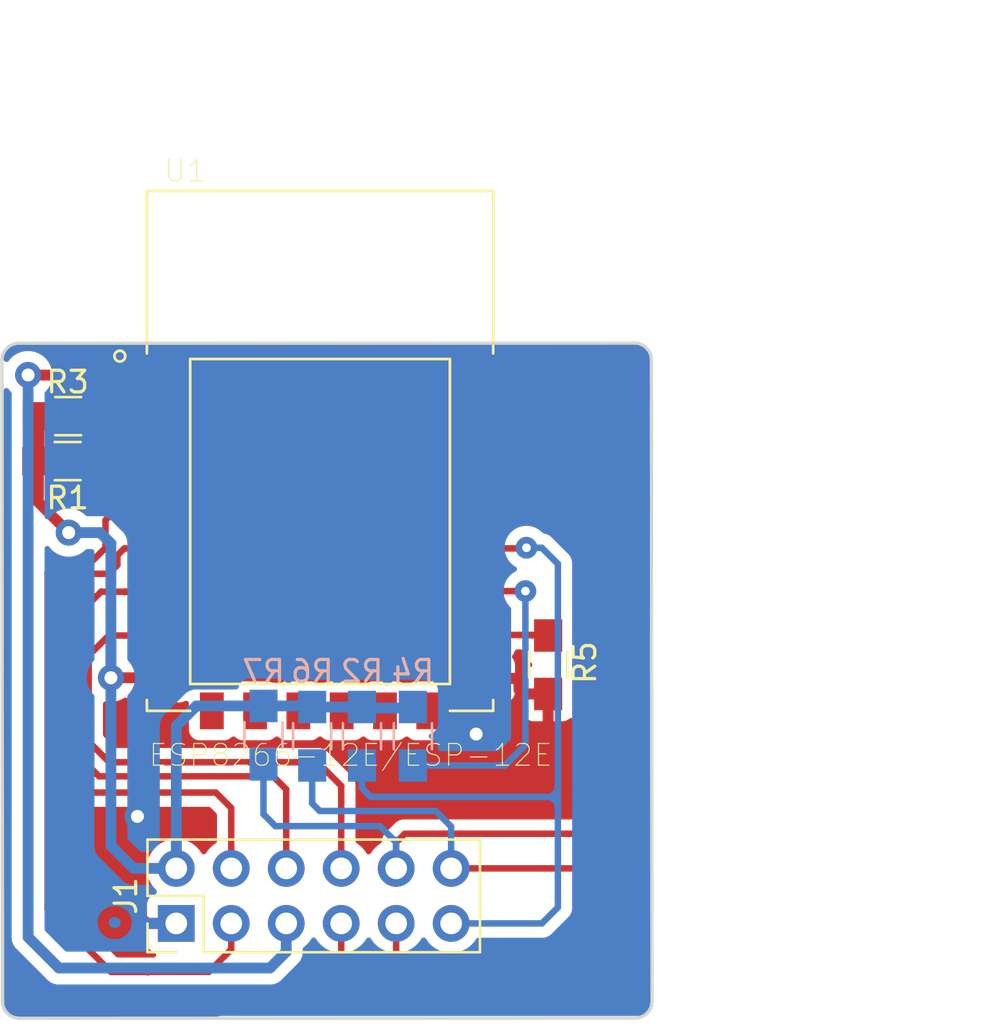
<source format=kicad_pcb>
(kicad_pcb (version 20221018) (generator pcbnew)
  (layers (0 "F.Cu" signal) (31 "B.Cu" signal) (34 "B.Paste" user) (35 "F.Paste" user) (36 "B.SilkS" user "B.Silkscreen") (37 "F.SilkS" user "F.Silkscreen") (38 "B.Mask" user) (39 "F.Mask" user) (44 "Edge.Cuts" user))
  (net 0 "")
  (net 1 "GND")
  (net 2 "+3V3")
  (net 3 "/D1")
  (net 4 "/D0")
  (net 5 "/D2")
  (net 6 "/RST")
  (net 7 "/D3")
  (net 8 "/SCL")
  (net 9 "/GPIO15")
  (net 10 "/SDA")
  (net 11 "/GPIO2")
  (net 12 "/RX")
  (net 13 "/GPIO0")
  (net 14 "/TX")
  (net 15 "Net-(U1-Pad9)")
  (net 16 "Net-(U1-Pad10)")
  (net 17 "Net-(U1-Pad11)")
  (net 18 "Net-(U1-Pad12)")
  (net 19 "Net-(U1-Pad13)")
  (net 20 "Net-(U1-Pad14)")
  (net 21 "Net-(R1-Pad1)")
  (net 22 "Net-(U1-Pad2)")
  (footprint "ESP8266-12E_ESP-12E:XCVR_ESP8266-12E%2fESP-12E" (layer "F.Cu") (at 149.6625 104.8281)
    (fp_text reference "U1" (at -6.22626 -16.4279) (layer "F.SilkS") (effects (font (size 1.00262 1.00262) (thickness 0.05))))
    (fp_text value "ESP8266-12E/ESP-12E" (at 1.4125 10.5469) (layer "F.SilkS") (effects (font (size 1.00158 1.00158) (thickness 0.05))))
    (fp_line (start -8 -15.5) (end 8 -15.5) (stroke (width 0.127)) (layer "F.SilkS"))
    (fp_line (start -8 -8) (end -8 -15.5) (stroke (width 0.127)) (layer "F.SilkS"))
    (fp_line (start -8 8) (end -8 8.5) (stroke (width 0.127)) (layer "F.SilkS"))
    (fp_line (start -8 8.5) (end -6 8.5) (stroke (width 0.127)) (layer "F.SilkS"))
    (fp_line (start -6 -7.74) (end 6 -7.74) (stroke (width 0.127)) (layer "F.SilkS"))
    (fp_line (start -6 7.26) (end -6 -7.74) (stroke (width 0.127)) (layer "F.SilkS"))
    (fp_line (start 6 -7.74) (end 6 7.26) (stroke (width 0.127)) (layer "F.SilkS"))
    (fp_line (start 6 7.26) (end -6 7.26) (stroke (width 0.127)) (layer "F.SilkS"))
    (fp_line (start 8 -15.5) (end 8 -8) (stroke (width 0.127)) (layer "F.SilkS"))
    (fp_line (start 8 8) (end 8 8.5) (stroke (width 0.127)) (layer "F.SilkS"))
    (fp_line (start 8 8.5) (end 6 8.5) (stroke (width 0.127)) (layer "F.SilkS"))
    (fp_circle (center -9.25 -7.875) (end -9 -7.875) (stroke (width 0.127)) (fill none) (layer "F.SilkS"))
    (pad "1" smd rect (at -7.5 -7) (size 2 1.2) (layers "F.Cu" "F.Paste" "F.Mask") (net 6 "/RST"))
    (pad "2" smd rect (at -7.5 -5) (size 2 1.2) (layers "F.Cu" "F.Paste" "F.Mask") (net 22 "Net-(U1-Pad2)"))
    (pad "3" smd rect (at -7.5 -3) (size 2 1.2) (layers "F.Cu" "F.Paste" "F.Mask") (net 21 "Net-(R1-Pad1)"))
    (pad "4" smd rect (at -7.5 -1) (size 2 1.2) (layers "F.Cu" "F.Paste" "F.Mask") (net 4 "/D0"))
    (pad "5" smd rect (at -7.5 1) (size 2 1.2) (layers "F.Cu" "F.Paste" "F.Mask") (net 3 "/D1"))
    (pad "6" smd rect (at -7.5 3) (size 2 1.2) (layers "F.Cu" "F.Paste" "F.Mask") (net 7 "/D3"))
    (pad "7" smd rect (at -7.5 5) (size 2 1.2) (layers "F.Cu" "F.Paste" "F.Mask") (net 5 "/D2"))
    (pad "8" smd rect (at -7.5 7) (size 2 1.2) (layers "F.Cu" "F.Paste" "F.Mask") (net 2 "+3V3"))
    (pad "9" smd rect (at -5 8.5) (size 1.1 1.7) (layers "F.Cu" "F.Paste" "F.Mask") (net 15 "Net-(U1-Pad9)"))
    (pad "10" smd rect (at -3 8.5) (size 1.1 1.7) (layers "F.Cu" "F.Paste" "F.Mask") (net 16 "Net-(U1-Pad10)"))
    (pad "11" smd rect (at -1 8.5) (size 1.1 1.7) (layers "F.Cu" "F.Paste" "F.Mask") (net 17 "Net-(U1-Pad11)"))
    (pad "12" smd rect (at 1 8.5) (size 1.1 1.7) (layers "F.Cu" "F.Paste" "F.Mask") (net 18 "Net-(U1-Pad12)"))
    (pad "13" smd rect (at 3 8.5) (size 1.1 1.7) (layers "F.Cu" "F.Paste" "F.Mask") (net 19 "Net-(U1-Pad13)"))
    (pad "14" smd rect (at 5 8.5) (size 1.1 1.7) (layers "F.Cu" "F.Paste" "F.Mask") (net 20 "Net-(U1-Pad14)"))
    (pad "15" smd rect (at 7.5 7) (size 2 1.2) (layers "F.Cu" "F.Paste" "F.Mask") (net 1 "GND"))
    (pad "16" smd rect (at 7.5 5) (size 2 1.2) (layers "F.Cu" "F.Paste" "F.Mask") (net 9 "/GPIO15"))
    (pad "17" smd rect (at 7.5 3) (size 2 1.2) (layers "F.Cu" "F.Paste" "F.Mask") (net 11 "/GPIO2"))
    (pad "18" smd rect (at 7.5 1) (size 2 1.2) (layers "F.Cu" "F.Paste" "F.Mask") (net 13 "/GPIO0"))
    (pad "19" smd rect (at 7.5 -1) (size 2 1.2) (layers "F.Cu" "F.Paste" "F.Mask") (net 10 "/SDA"))
    (pad "20" smd rect (at 7.5 -3) (size 2 1.2) (layers "F.Cu" "F.Paste" "F.Mask") (net 8 "/SCL"))
    (pad "21" smd rect (at 7.5 -5) (size 2 1.2) (layers "F.Cu" "F.Paste" "F.Mask") (net 12 "/RX"))
    (pad "22" smd rect (at 7.5 -7) (size 2 1.2) (layers "F.Cu" "F.Paste" "F.Mask") (net 14 "/TX"))
  )
  (footprint "Pin_Headers:Pin_Header_Straight_2x06_Pitch2.54mm" (layer "F.Cu") (at 143.02 123.14 90)
    (fp_text reference "J1" (at 1.27 -2.33 90) (layer "F.SilkS"))
    (fp_text value "ADAP_ESP")
    (fp_line (start -1.33 -1.33) (end 0 -1.33) (stroke (width 0.12)) (layer "F.SilkS"))
    (fp_line (start -1.33 0) (end -1.33 -1.33) (stroke (width 0.12)) (layer "F.SilkS"))
    (fp_line (start -1.33 1.27) (end -1.33 14.03) (stroke (width 0.12)) (layer "F.SilkS"))
    (fp_line (start -1.33 1.27) (end 1.27 1.27) (stroke (width 0.12)) (layer "F.SilkS"))
    (fp_line (start -1.33 14.03) (end 3.87 14.03) (stroke (width 0.12)) (layer "F.SilkS"))
    (fp_line (start 1.27 -1.33) (end 3.87 -1.33) (stroke (width 0.12)) (layer "F.SilkS"))
    (fp_line (start 1.27 1.27) (end 1.27 -1.33) (stroke (width 0.12)) (layer "F.SilkS"))
    (fp_line (start 3.87 -1.33) (end 3.87 14.03) (stroke (width 0.12)) (layer "F.SilkS"))
    (pad "1" thru_hole rect (at 0 0 90) (size 1.7 1.7) (drill 1) (layers "*.Cu" "*.Mask") (net 1 "GND"))
    (pad "2" thru_hole oval (at 2.54 0 90) (size 1.7 1.7) (drill 1) (layers "*.Cu" "*.Mask") (net 2 "+3V3"))
    (pad "3" thru_hole oval (at 0 2.54 90) (size 1.7 1.7) (drill 1) (layers "*.Cu" "*.Mask") (net 4 "/D0"))
    (pad "4" thru_hole oval (at 2.54 2.54 90) (size 1.7 1.7) (drill 1) (layers "*.Cu" "*.Mask") (net 3 "/D1"))
    (pad "5" thru_hole oval (at 0 5.08 90) (size 1.7 1.7) (drill 1) (layers "*.Cu" "*.Mask") (net 6 "/RST"))
    (pad "6" thru_hole oval (at 2.54 5.08 90) (size 1.7 1.7) (drill 1) (layers "*.Cu" "*.Mask") (net 7 "/D3"))
    (pad "7" thru_hole oval (at 0 7.62 90) (size 1.7 1.7) (drill 1) (layers "*.Cu" "*.Mask") (net 14 "/TX"))
    (pad "8" thru_hole oval (at 2.54 7.62 90) (size 1.7 1.7) (drill 1) (layers "*.Cu" "*.Mask") (net 5 "/D2"))
    (pad "9" thru_hole oval (at 0 10.16 90) (size 1.7 1.7) (drill 1) (layers "*.Cu" "*.Mask") (net 12 "/RX"))
    (pad "10" thru_hole oval (at 2.54 10.16 90) (size 1.7 1.7) (drill 1) (layers "*.Cu" "*.Mask") (net 10 "/SDA"))
    (pad "11" thru_hole oval (at 0 12.7 90) (size 1.7 1.7) (drill 1) (layers "*.Cu" "*.Mask") (net 13 "/GPIO0"))
    (pad "12" thru_hole oval (at 2.54 12.7 90) (size 1.7 1.7) (drill 1) (layers "*.Cu" "*.Mask") (net 8 "/SCL"))
  )
  (footprint "Resistors_SMD:R_0805_HandSoldering" (layer "F.Cu") (at 138 101.8 180)
    (fp_text reference "R1" (at 0 -1.7 180) (layer "F.SilkS"))
    (fp_text value "10k")
    (fp_line (start -0.6 -0.88) (end 0.6 -0.88) (stroke (width 0.12)) (layer "F.SilkS"))
    (fp_line (start 0.6 0.88) (end -0.6 0.88) (stroke (width 0.12)) (layer "F.SilkS"))
    (pad "1" smd rect (at -1.35 0 180) (size 1.5 1.3) (layers "F.Cu" "F.Paste" "F.Mask") (net 21 "Net-(R1-Pad1)"))
    (pad "2" smd rect (at 1.35 0 180) (size 1.5 1.3) (layers "F.Cu" "F.Paste" "F.Mask") (net 2 "+3V3"))
  )
  (footprint "Resistors_SMD:R_0805_HandSoldering" (layer "F.Cu") (at 138.025 99.725 180)
    (fp_text reference "R3" (at 0.025 1.575 180) (layer "F.SilkS"))
    (fp_text value "10k")
    (fp_line (start -0.6 -0.88) (end 0.6 -0.88) (stroke (width 0.12)) (layer "F.SilkS"))
    (fp_line (start 0.6 0.88) (end -0.6 0.88) (stroke (width 0.12)) (layer "F.SilkS"))
    (pad "1" smd rect (at -1.35 0 180) (size 1.5 1.3) (layers "F.Cu" "F.Paste" "F.Mask") (net 6 "/RST"))
    (pad "2" smd rect (at 1.35 0 180) (size 1.5 1.3) (layers "F.Cu" "F.Paste" "F.Mask") (net 2 "+3V3"))
  )
  (footprint "Resistors_SMD:R_0805_HandSoldering" (layer "F.Cu") (at 160.2 111.2 90)
    (fp_text reference "R5" (at 0.1 1.7 90) (layer "F.SilkS"))
    (fp_text value "4.7k")
    (fp_line (start -0.6 -0.88) (end 0.6 -0.88) (stroke (width 0.12)) (layer "F.SilkS"))
    (fp_line (start 0.6 0.88) (end -0.6 0.88) (stroke (width 0.12)) (layer "F.SilkS"))
    (pad "1" smd rect (at -1.35 0 90) (size 1.5 1.3) (layers "F.Cu" "F.Paste" "F.Mask") (net 1 "GND"))
    (pad "2" smd rect (at 1.35 0 90) (size 1.5 1.3) (layers "F.Cu" "F.Paste" "F.Mask") (net 9 "/GPIO15"))
  )
  (footprint "Resistors_SMD:R_0805_HandSoldering" (layer "B.Cu") (at 151.6 114.5 90)
    (fp_text reference "R2" (at 3 0) (layer "B.SilkS") (effects (justify mirror)))
    (fp_text value "1k")
    (fp_line (start -0.6 0.88) (end 0.6 0.88) (stroke (width 0.12)) (layer "B.SilkS"))
    (fp_line (start 0.6 -0.88) (end -0.6 -0.88) (stroke (width 0.12)) (layer "B.SilkS"))
    (pad "1" smd rect (at -1.35 0 90) (size 1.5 1.3) (layers "B.Cu" "B.Paste" "B.Mask") (net 13 "/GPIO0"))
    (pad "2" smd rect (at 1.35 0 90) (size 1.5 1.3) (layers "B.Cu" "B.Paste" "B.Mask") (net 2 "+3V3"))
  )
  (footprint "Resistors_SMD:R_0805_HandSoldering" (layer "B.Cu") (at 153.95 114.5 -90)
    (fp_text reference "R4" (at -3 0) (layer "B.SilkS") (effects (justify mirror)))
    (fp_text value "10k")
    (fp_line (start -0.6 0.88) (end 0.6 0.88) (stroke (width 0.12)) (layer "B.SilkS"))
    (fp_line (start 0.6 -0.88) (end -0.6 -0.88) (stroke (width 0.12)) (layer "B.SilkS"))
    (pad "1" smd rect (at -1.35 0 270) (size 1.5 1.3) (layers "B.Cu" "B.Paste" "B.Mask") (net 2 "+3V3"))
    (pad "2" smd rect (at 1.35 0 270) (size 1.5 1.3) (layers "B.Cu" "B.Paste" "B.Mask") (net 11 "/GPIO2"))
  )
  (footprint "Resistors_SMD:R_0805_HandSoldering" (layer "B.Cu") (at 149.3 114.5 -90)
    (fp_text reference "R6" (at -3 0 180) (layer "B.SilkS") (effects (justify mirror)))
    (fp_text value "4.7K")
    (fp_line (start -0.6 0.88) (end 0.6 0.88) (stroke (width 0.12)) (layer "B.SilkS"))
    (fp_line (start 0.6 -0.88) (end -0.6 -0.88) (stroke (width 0.12)) (layer "B.SilkS"))
    (pad "1" smd rect (at -1.35 0 270) (size 1.5 1.3) (layers "B.Cu" "B.Paste" "B.Mask") (net 2 "+3V3"))
    (pad "2" smd rect (at 1.35 0 270) (size 1.5 1.3) (layers "B.Cu" "B.Paste" "B.Mask") (net 8 "/SCL"))
  )
  (footprint "Resistors_SMD:R_0805_HandSoldering" (layer "B.Cu") (at 147.05 114.45 -90)
    (fp_text reference "R7" (at -2.95 0) (layer "B.SilkS") (effects (justify mirror)))
    (fp_text value "4.7K")
    (fp_line (start -0.6 0.88) (end 0.6 0.88) (stroke (width 0.12)) (layer "B.SilkS"))
    (fp_line (start 0.6 -0.88) (end -0.6 -0.88) (stroke (width 0.12)) (layer "B.SilkS"))
    (pad "1" smd rect (at -1.35 0 270) (size 1.5 1.3) (layers "B.Cu" "B.Paste" "B.Mask") (net 2 "+3V3"))
    (pad "2" smd rect (at 1.35 0 270) (size 1.5 1.3) (layers "B.Cu" "B.Paste" "B.Mask") (net 10 "/SDA"))
  )
  (gr_arc (start 164.2 96.35) (mid 164.758069 96.589473) (end 164.969015 97.158937) (stroke (width 0.15)) (layer "Edge.Cuts"))
  (gr_arc (start 134.971063 97.129015) (mid 135.210536 96.570946) (end 135.78 96.36) (stroke (width 0.15)) (layer "Edge.Cuts"))
  (gr_arc (start 135.76 127.52) (mid 135.201931 127.280527) (end 134.990985 126.711063) (stroke (width 0.15)) (layer "Edge.Cuts"))
  (gr_line (start 134.99 126.71) (end 134.97 97.13) (stroke (width 0.15)) (layer "Edge.Cuts"))
  (gr_line (start 135.77 96.36) (end 164.2 96.35) (stroke (width 0.15)) (layer "Edge.Cuts"))
  (gr_line (start 164.19 127.51) (end 135.76 127.52) (stroke (width 0.15)) (layer "Edge.Cuts"))
  (gr_line (start 164.97 97.16) (end 165 126.74) (stroke (width 0.15)) (layer "Edge.Cuts"))
  (gr_arc (start 165 126.74) (mid 164.760527 127.298069) (end 164.191063 127.509015) (stroke (width 0.15)) (layer "Edge.Cuts"))
  (segment (start 140.2 123.1) (end 140.15 123.1) (width 0.5) (layer "B.Cu") (net 0))
  (segment (start 141.225 121.35) (end 141.225 118.2) (width 0.5) (layer "F.Cu") (net 1))
  (segment (start 157.7531 111.8281) (end 157.7531 112.0031) (width 0.5) (layer "F.Cu") (net 1))
  (segment (start 143.02 123.14) (end 141.67 123.14) (width 0.5) (layer "F.Cu") (net 1))
  (segment (start 156.875 114.4) (end 157.2 114.075) (width 0.5) (layer "F.Cu") (net 1))
  (segment (start 157.1625 111.8281) (end 157.7531 111.8281) (width 0.5) (layer "F.Cu") (net 1))
  (segment (start 143.02 123.14) (end 140.24 123.14) (width 0.5) (layer "F.Cu") (net 1))
  (segment (start 141.225 122.695) (end 141.225 121.35) (width 0.5) (layer "F.Cu") (net 1))
  (segment (start 157.1625 111.8281) (end 158.6625 111.8281) (width 0.5) (layer "F.Cu") (net 1))
  (segment (start 157.1625 112.9281) (end 157.175 112.9406) (width 0.5) (layer "F.Cu") (net 1))
  (segment (start 160.2 112.55) (end 159.05 112.55) (width 0.5) (layer "F.Cu") (net 1))
  (segment (start 140.24 123.14) (end 140.2 123.1) (width 0.5) (layer "F.Cu") (net 1))
  (segment (start 158.85 112.35) (end 158.85 112.0156) (width 0.5) (layer "F.Cu") (net 1))
  (segment (start 157.2 114.075) (end 157.2 113.45) (width 0.5) (layer "F.Cu") (net 1))
  (segment (start 157.175 112.9406) (end 157.175 113.425) (width 0.5) (layer "F.Cu") (net 1))
  (segment (start 159.05 112.55) (end 158.85 112.35) (width 0.5) (layer "F.Cu") (net 1))
  (segment (start 141.67 123.14) (end 141.225 122.695) (width 0.5) (layer "F.Cu") (net 1))
  (segment (start 157.1625 111.8281) (end 157.1625 112.9281) (width 0.5) (layer "F.Cu") (net 1))
  (segment (start 158.6625 111.8281) (end 158.85 112.0156) (width 0.5) (layer "F.Cu") (net 1))
  (segment (start 157.2 113.45) (end 157.175 113.425) (width 0.5) (layer "F.Cu") (net 1))
  (via (at 156.875 114.4) (size 1.2) (drill 0.6) (layers "F.Cu" "B.Cu") (net 1))
  (via (at 141.225 118.2) (size 1.2) (drill 0.6) (layers "F.Cu" "B.Cu") (net 1))
  (segment (start 142.1344 111.8) (end 142.1625 111.8281) (width 0.5) (layer "F.Cu") (net 2))
  (segment (start 136.675 99.725) (end 136.675 101.775) (width 0.5) (layer "F.Cu") (net 2))
  (segment (start 136.65 101.8) (end 136.65 103.7) (width 0.5) (layer "F.Cu") (net 2))
  (segment (start 136.65 103.7) (end 138.05 105.1) (width 0.5) (layer "F.Cu") (net 2))
  (segment (start 136.65 103.35) (end 136.65 101.8) (width 0.5) (layer "F.Cu") (net 2))
  (segment (start 136.675 101.775) (end 136.65 101.8) (width 0.5) (layer "F.Cu") (net 2))
  (segment (start 140 111.8) (end 142.1344 111.8) (width 0.5) (layer "F.Cu") (net 2))
  (via (at 138.05 105.1) (size 1.2) (drill 0.6) (layers "F.Cu" "B.Cu") (net 2))
  (via (at 140 111.8) (size 1.2) (drill 0.6) (layers "F.Cu" "B.Cu") (net 2))
  (segment (start 143.95 113.1) (end 147.05 113.1) (width 0.5) (layer "B.Cu") (net 2))
  (segment (start 143.02 119.397919) (end 143.025 119.392919) (width 0.5) (layer "B.Cu") (net 2))
  (segment (start 139.5 105.1) (end 140 105.6) (width 0.5) (layer "B.Cu") (net 2))
  (segment (start 143.02 120.6) (end 143.02 119.397919) (width 0.5) (layer "B.Cu") (net 2))
  (segment (start 147.05 113.1) (end 149.25 113.1) (width 0.5) (layer "B.Cu") (net 2))
  (segment (start 141.05 120.6) (end 143.02 120.6) (width 0.5) (layer "B.Cu") (net 2))
  (segment (start 149.25 113.1) (end 149.3 113.15) (width 0.5) (layer "B.Cu") (net 2))
  (segment (start 151.7 113.15) (end 149.3 113.15) (width 0.5) (layer "B.Cu") (net 2))
  (segment (start 140 111.15) (end 140 110) (width 0.5) (layer "B.Cu") (net 2))
  (segment (start 138.05 105.1) (end 139.5 105.1) (width 0.5) (layer "B.Cu") (net 2))
  (segment (start 143.02 114.03) (end 143.95 113.1) (width 0.5) (layer "B.Cu") (net 2))
  (segment (start 140 111.8) (end 140 111.15) (width 0.5) (layer "B.Cu") (net 2))
  (segment (start 154.1 113.2) (end 151.75 113.2) (width 0.5) (layer "B.Cu") (net 2))
  (segment (start 140 111.8) (end 140 119.55) (width 0.5) (layer "B.Cu") (net 2))
  (segment (start 143.02 120.6) (end 143.02 114.03) (width 0.5) (layer "B.Cu") (net 2))
  (segment (start 140 105.6) (end 140 111.15) (width 0.5) (layer "B.Cu") (net 2))
  (segment (start 151.75 113.2) (end 151.7 113.15) (width 0.5) (layer "B.Cu") (net 2))
  (segment (start 140 119.55) (end 141.05 120.6) (width 0.5) (layer "B.Cu") (net 2))
  (segment (start 140.6219 105.8281) (end 142.1625 105.8281) (width 0.3) (layer "F.Cu") (net 3))
  (segment (start 145.56 117.81) (end 144.85 117.1) (width 0.3) (layer "F.Cu") (net 3))
  (segment (start 137.625 115.525) (end 137.625 107.475) (width 0.3) (layer "F.Cu") (net 3))
  (segment (start 144.85 117.1) (end 139.2 117.1) (width 0.3) (layer "F.Cu") (net 3))
  (segment (start 145.56 120.6) (end 145.56 117.81) (width 0.3) (layer "F.Cu") (net 3))
  (segment (start 137.625 107.475) (end 138.1 107) (width 0.3) (layer "F.Cu") (net 3))
  (segment (start 139.9 107) (end 140.3 106.6) (width 0.3) (layer "F.Cu") (net 3))
  (segment (start 140.3 106.15) (end 140.6219 105.8281) (width 0.3) (layer "F.Cu") (net 3))
  (segment (start 139.2 117.1) (end 137.625 115.525) (width 0.3) (layer "F.Cu") (net 3))
  (segment (start 138.1 107) (end 139.9 107) (width 0.3) (layer "F.Cu") (net 3))
  (segment (start 140.3 106.6) (end 140.3 106.15) (width 0.3) (layer "F.Cu") (net 3))
  (segment (start 140 125.375) (end 141.675 125.375) (width 0.3) (layer "F.Cu") (net 4))
  (segment (start 139.75 104.5281) (end 140.45 103.8281) (width 0.3) (layer "F.Cu") (net 4))
  (segment (start 137.075 106.95) (end 137.625 106.4) (width 0.3) (layer "F.Cu") (net 4))
  (segment (start 144.527081 125.375) (end 144.66 125.242081) (width 0.3) (layer "F.Cu") (net 4))
  (segment (start 141.675 125.375) (end 141.7 125.4) (width 0.3) (layer "F.Cu") (net 4))
  (segment (start 145.56 123.14) (end 145.56 124.342081) (width 0.3) (layer "F.Cu") (net 4))
  (segment (start 137.625 106.4) (end 139.15 106.4) (width 0.3) (layer "F.Cu") (net 4))
  (segment (start 145.56 124.342081) (end 144.66 125.242081) (width 0.3) (layer "F.Cu") (net 4))
  (segment (start 140 125.375) (end 137.075 122.45) (width 0.3) (layer "F.Cu") (net 4))
  (segment (start 140 125.375) (end 144.527081 125.375) (width 0.3) (layer "F.Cu") (net 4))
  (segment (start 140.45 103.8281) (end 142.1625 103.8281) (width 0.3) (layer "F.Cu") (net 4))
  (segment (start 139.15 106.4) (end 139.75 105.8) (width 0.3) (layer "F.Cu") (net 4))
  (segment (start 139.75 105.8) (end 139.75 104.5281) (width 0.3) (layer "F.Cu") (net 4))
  (segment (start 137.075 122.5) (end 137.075 106.95) (width 0.3) (layer "F.Cu") (net 4))
  (segment (start 140.8406 109.85) (end 140.8625 109.8281) (width 0.3) (layer "F.Cu") (net 5))
  (segment (start 150.64 116.79) (end 149.55 115.7) (width 0.3) (layer "F.Cu") (net 5))
  (segment (start 149.55 115.7) (end 139.925 115.7) (width 0.3) (layer "F.Cu") (net 5))
  (segment (start 150.64 120.6) (end 150.64 116.79) (width 0.3) (layer "F.Cu") (net 5))
  (segment (start 139.9 109.85) (end 140.8406 109.85) (width 0.3) (layer "F.Cu") (net 5))
  (segment (start 138.975 114.75) (end 138.975 110.775) (width 0.3) (layer "F.Cu") (net 5))
  (segment (start 139.925 115.7) (end 138.975 114.75) (width 0.3) (layer "F.Cu") (net 5))
  (segment (start 140.8625 109.8281) (end 142.1625 109.8281) (width 0.3) (layer "F.Cu") (net 5))
  (segment (start 138.975 110.775) (end 139.9 109.85) (width 0.3) (layer "F.Cu") (net 5))
  (segment (start 139.375 99.725) (end 139.375 98.575) (width 0.5) (layer "F.Cu") (net 6))
  (segment (start 140.2 97.825) (end 140 97.825) (width 0.5) (layer "F.Cu") (net 6))
  (segment (start 142.1625 97.8281) (end 142.1594 97.825) (width 0.5) (layer "F.Cu") (net 6))
  (segment (start 139.2 97.8281) (end 138.8 97.8281) (width 0.5) (layer "F.Cu") (net 6))
  (segment (start 140.2 97.825) (end 139.925 97.825) (width 0.5) (layer "F.Cu") (net 6))
  (segment (start 138.8031 97.825) (end 138.8 97.8281) (width 0.5) (layer "F.Cu") (net 6))
  (segment (start 137.65 97.825) (end 136.175 97.825) (width 0.5) (layer "F.Cu") (net 6))
  (segment (start 139.375 98.575) (end 138.6281 97.8281) (width 0.5) (layer "F.Cu") (net 6))
  (segment (start 138.2 97.8281) (end 136.1781 97.8281) (width 0.5) (layer "F.Cu") (net 6))
  (segment (start 139.375 98.45) (end 140 97.825) (width 0.5) (layer "F.Cu") (net 6))
  (segment (start 138.8 97.8281) (end 138.2 97.8281) (width 0.5) (layer "F.Cu") (net 6))
  (segment (start 142.1594 97.825) (end 140.2 97.825) (width 0.5) (layer "F.Cu") (net 6))
  (segment (start 138.6281 97.8281) (end 138.2 97.8281) (width 0.5) (layer "F.Cu") (net 6))
  (segment (start 139.2 97.825) (end 138.8031 97.825) (width 0.5) (layer "F.Cu") (net 6))
  (segment (start 139.375 98.575) (end 139.375 98) (width 0.5) (layer "F.Cu") (net 6))
  (segment (start 140 97.825) (end 139.2 97.825) (width 0.5) (layer "F.Cu") (net 6))
  (segment (start 136.1781 97.8281) (end 136.175 97.825) (width 0.5) (layer "F.Cu") (net 6))
  (segment (start 139.375 98) (end 139.2 97.825) (width 0.5) (layer "F.Cu") (net 6))
  (segment (start 139.375 98.575) (end 139.375 98.45) (width 0.5) (layer "F.Cu") (net 6))
  (via (at 136.175 97.825) (size 1.2) (drill 0.6) (layers "F.Cu" "B.Cu") (net 6))
  (segment (start 148.1 124.342081) (end 148.1 124.4) (width 0.5) (layer "B.Cu") (net 6))
  (segment (start 148.1 123.14) (end 148.1 124.342081) (width 0.5) (layer "B.Cu") (net 6))
  (segment (start 137.6 125.2) (end 147.35 125.2) (width 0.5) (layer "B.Cu") (net 6))
  (segment (start 147.35 125.2) (end 148.1 124.45) (width 0.5) (layer "B.Cu") (net 6))
  (segment (start 136.175 123.775) (end 137.6 125.2) (width 0.5) (layer "B.Cu") (net 6))
  (segment (start 148.1 124.45) (end 148.1 124.342081) (width 0.5) (layer "B.Cu") (net 6))
  (segment (start 136.175 97.825) (end 136.175 123.775) (width 0.5) (layer "B.Cu") (net 6))
  (segment (start 139.45 116.35) (end 140.25 116.35) (width 0.3) (layer "F.Cu") (net 7))
  (segment (start 140.65 107.8281) (end 140.65 107.85) (width 0.3) (layer "F.Cu") (net 7))
  (segment (start 142.1625 107.8281) (end 140.65 107.8281) (width 0.3) (layer "F.Cu") (net 7))
  (segment (start 140.65 107.8281) (end 139.5469 107.8281) (width 0.3) (layer "F.Cu") (net 7))
  (segment (start 138.275 109.1) (end 138.275 115.175) (width 0.3) (layer "F.Cu") (net 7))
  (segment (start 148.1 120.6) (end 148.1 116.95) (width 0.3) (layer "F.Cu") (net 7))
  (segment (start 140 116.35) (end 140.25 116.35) (width 0.3) (layer "F.Cu") (net 7))
  (segment (start 139.5469 107.8281) (end 138.275 109.1) (width 0.3) (layer "F.Cu") (net 7))
  (segment (start 140.8625 107.8281) (end 140.65 107.8281) (width 0.3) (layer "F.Cu") (net 7))
  (segment (start 142.1625 107.8281) (end 140.8625 107.8281) (width 0.3) (layer "F.Cu") (net 7))
  (segment (start 140.25 116.35) (end 142.15 116.35) (width 0.3) (layer "F.Cu") (net 7))
  (segment (start 138.275 115.175) (end 139.45 116.35) (width 0.3) (layer "F.Cu") (net 7))
  (segment (start 140.8625 107.8281) (end 140.8406 107.85) (width 0.3) (layer "F.Cu") (net 7))
  (segment (start 148.1 116.95) (end 147.5 116.35) (width 0.3) (layer "F.Cu") (net 7))
  (segment (start 147.5 116.35) (end 142.15 116.35) (width 0.3) (layer "F.Cu") (net 7))
  (segment (start 155.72 120.6) (end 161.575 120.6) (width 0.3) (layer "F.Cu") (net 8))
  (segment (start 162.7 102.675) (end 161.875 101.85) (width 0.3) (layer "F.Cu") (net 8))
  (segment (start 161.875 101.85) (end 158.4844 101.85) (width 0.3) (layer "F.Cu") (net 8))
  (segment (start 162.7 119.475) (end 162.7 102.675) (width 0.3) (layer "F.Cu") (net 8))
  (segment (start 161.575 120.6) (end 162.7 119.475) (width 0.3) (layer "F.Cu") (net 8))
  (segment (start 158.4625 101.8281) (end 157.1625 101.8281) (width 0.3) (layer "F.Cu") (net 8))
  (segment (start 158.4844 101.85) (end 158.4625 101.8281) (width 0.3) (layer "F.Cu") (net 8))
  (segment (start 155.72 118.67) (end 155.72 120.6) (width 0.3) (layer "B.Cu") (net 8))
  (segment (start 155 117.95) (end 155.72 118.67) (width 0.3) (layer "B.Cu") (net 8))
  (segment (start 149.65 117.95) (end 155 117.95) (width 0.3) (layer "B.Cu") (net 8))
  (segment (start 149.3 115.85) (end 149.3 117.6) (width 0.3) (layer "B.Cu") (net 8))
  (segment (start 149.3 117.6) (end 149.65 117.95) (width 0.3) (layer "B.Cu") (net 8))
  (segment (start 157.1625 109.8281) (end 160.1781 109.8281) (width 0.3) (layer "F.Cu") (net 9))
  (segment (start 160.1781 109.8281) (end 160.2 109.85) (width 0.3) (layer "F.Cu") (net 9))
  (segment (start 157.1625 109.8281) (end 159.4281 109.8281) (width 0.3) (layer "F.Cu") (net 9))
  (segment (start 159.4281 109.8281) (end 159.45 109.85) (width 0.3) (layer "F.Cu") (net 9))
  (segment (start 153.18 119.397919) (end 153.577919 119) (width 0.3) (layer "F.Cu") (net 10))
  (segment (start 161.6 119) (end 162.05 118.55) (width 0.3) (layer "F.Cu") (net 10))
  (segment (start 162.05 118.55) (end 162.05 104.825) (width 0.3) (layer "F.Cu") (net 10))
  (segment (start 158.4656 103.825) (end 158.4625 103.8281) (width 0.3) (layer "F.Cu") (net 10))
  (segment (start 162.05 104.825) (end 161.05 103.825) (width 0.3) (layer "F.Cu") (net 10))
  (segment (start 153.18 120.6) (end 153.18 119.397919) (width 0.3) (layer "F.Cu") (net 10))
  (segment (start 153.577919 119) (end 161.6 119) (width 0.3) (layer "F.Cu") (net 10))
  (segment (start 158.4625 103.8281) (end 157.1625 103.8281) (width 0.3) (layer "F.Cu") (net 10))
  (segment (start 161.05 103.825) (end 158.4656 103.825) (width 0.3) (layer "F.Cu") (net 10))
  (segment (start 153.18 120.6) (end 153.18 119.28) (width 0.3) (layer "B.Cu") (net 10))
  (segment (start 147.6 118.65) (end 147.05 118.1) (width 0.3) (layer "B.Cu") (net 10))
  (segment (start 153.18 120.6) (end 153.18 119.397919) (width 0.3) (layer "B.Cu") (net 10))
  (segment (start 147.05 118.1) (end 147.05 115.8) (width 0.3) (layer "B.Cu") (net 10))
  (segment (start 153.18 119.397919) (end 152.432081 118.65) (width 0.3) (layer "B.Cu") (net 10))
  (segment (start 152.432081 118.65) (end 147.6 118.65) (width 0.3) (layer "B.Cu") (net 10))
  (segment (start 157.1906 107.8) (end 157.1625 107.8281) (width 0.3) (layer "F.Cu") (net 11))
  (segment (start 159.15 107.8) (end 157.1906 107.8) (width 0.3) (layer "F.Cu") (net 11))
  (via (at 159.15 107.8) (size 1) (drill 0.4) (layers "F.Cu" "B.Cu") (net 11))
  (segment (start 158.2 115.85) (end 159.15 114.9) (width 0.3) (layer "B.Cu") (net 11))
  (segment (start 159.15 114.9) (end 159.15 107.8) (width 0.3) (layer "B.Cu") (net 11))
  (segment (start 153.95 115.85) (end 158.2 115.85) (width 0.3) (layer "B.Cu") (net 11))
  (segment (start 162.46 99.83) (end 158.4644 99.83) (width 0.3) (layer "F.Cu") (net 12))
  (segment (start 159.64 124.75) (end 163.54 120.85) (width 0.3) (layer "F.Cu") (net 12))
  (segment (start 153.18 124.45) (end 153.48 124.75) (width 0.3) (layer "F.Cu") (net 12))
  (segment (start 163.54 100.91) (end 162.46 99.83) (width 0.3) (layer "F.Cu") (net 12))
  (segment (start 153.48 124.75) (end 159.64 124.75) (width 0.3) (layer "F.Cu") (net 12))
  (segment (start 163.54 120.85) (end 163.54 100.91) (width 0.3) (layer "F.Cu") (net 12))
  (segment (start 158.4644 99.83) (end 158.4625 99.8281) (width 0.3) (layer "F.Cu") (net 12))
  (segment (start 158.4625 99.8281) (end 157.1625 99.8281) (width 0.3) (layer "F.Cu") (net 12))
  (segment (start 153.18 123.14) (end 153.18 124.45) (width 0.3) (layer "F.Cu") (net 12))
  (segment (start 159.1719 105.8281) (end 159.2 105.8) (width 0.3) (layer "F.Cu") (net 13))
  (segment (start 157.1625 105.8281) (end 159.1719 105.8281) (width 0.3) (layer "F.Cu") (net 13))
  (via (at 159.2 105.8) (size 1) (drill 0.4) (layers "F.Cu" "B.Cu") (net 13))
  (segment (start 160.65 122.4) (end 159.91 123.14) (width 0.3) (layer "B.Cu") (net 13))
  (segment (start 159.907106 105.8) (end 160.65 106.542894) (width 0.3) (layer "B.Cu") (net 13))
  (segment (start 151.6 115.85) (end 151.6 116.9) (width 0.3) (layer "B.Cu") (net 13))
  (segment (start 160.65 117.75) (end 160.65 117.6) (width 0.3) (layer "B.Cu") (net 13))
  (segment (start 160.65 117.75) (end 160.65 122.4) (width 0.3) (layer "B.Cu") (net 13))
  (segment (start 152 117.3) (end 160.35 117.3) (width 0.3) (layer "B.Cu") (net 13))
  (segment (start 160.65 117) (end 160.65 117.75) (width 0.3) (layer "B.Cu") (net 13))
  (segment (start 160.35 117.3) (end 160.65 117) (width 0.3) (layer "B.Cu") (net 13))
  (segment (start 159.91 123.14) (end 155.72 123.14) (width 0.3) (layer "B.Cu") (net 13))
  (segment (start 151.6 116.9) (end 152 117.3) (width 0.3) (layer "B.Cu") (net 13))
  (segment (start 160.65 115.4) (end 160.65 117) (width 0.3) (layer "B.Cu") (net 13))
  (segment (start 160.65 106.542894) (end 160.65 115.4) (width 0.3) (layer "B.Cu") (net 13))
  (segment (start 159.2 105.8) (end 159.907106 105.8) (width 0.3) (layer "B.Cu") (net 13))
  (segment (start 160.65 117.6) (end 160.35 117.3) (width 0.3) (layer "B.Cu") (net 13))
  (segment (start 150.64 124.59) (end 150.64 123.14) (width 0.3) (layer "F.Cu") (net 14))
  (segment (start 150.63 124.6) (end 150.64 124.59) (width 0.3) (layer "F.Cu") (net 14))
  (segment (start 164.38 99.72) (end 164.38 121.2) (width 0.3) (layer "F.Cu") (net 14))
  (segment (start 160.85 97.925) (end 160.67 97.925) (width 0.3) (layer "F.Cu") (net 14))
  (segment (start 160.67 97.925) (end 157.2594 97.925) (width 0.3) (layer "F.Cu") (net 14))
  (segment (start 157.2594 97.925) (end 157.1625 97.8281) (width 0.3) (layer "F.Cu") (net 14))
  (segment (start 160.149992 125.430008) (end 151.460008 125.430008) (width 0.3) (layer "F.Cu") (net 14))
  (segment (start 162.585 97.925) (end 164.38 99.72) (width 0.3) (layer "F.Cu") (net 14))
  (segment (start 160.67 97.925) (end 162.585 97.925) (width 0.3) (layer "F.Cu") (net 14))
  (segment (start 151.460008 125.430008) (end 150.63 124.6) (width 0.3) (layer "F.Cu") (net 14))
  (segment (start 164.38 121.2) (end 160.149992 125.430008) (width 0.3) (layer "F.Cu") (net 14))
  (segment (start 142.1344 101.8) (end 142.1625 101.8281) (width 0.5) (layer "F.Cu") (net 21))
  (segment (start 139.35 101.8) (end 142.1344 101.8) (width 0.5) (layer "F.Cu") (net 21))
  (zone (net 1) (net_name "GND") (layer "F.Cu") (connect_pads (clearance 0.508)) (min_thickness 0.254) (fill yes (thermal_gap 0.508) (thermal_bridge_width 0.508))
    (polygon (pts (xy 135 127.5) (xy 165 127.5) (xy 164.975 96.35) (xy 135 96.35)))
  )
  (zone (net 1) (net_name "GND") (layer "B.Cu") (connect_pads (clearance 0.508)) (min_thickness 0.254) (fill yes (thermal_gap 0.508) (thermal_bridge_width 0.508))
    (polygon (pts (xy 135 127.5) (xy 165 127.5) (xy 164.975 96.35) (xy 135 96.35)))
  )
)
</source>
